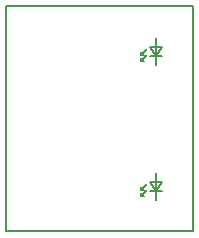
<source format=gbo>
G04 #@! TF.GenerationSoftware,KiCad,Pcbnew,5.0.1+dfsg1-2*
G04 #@! TF.CreationDate,2018-12-02T21:23:52+01:00*
G04 #@! TF.ProjectId,rj45-sk6812-adapter,726A34352D736B363831322D61646170,rev?*
G04 #@! TF.SameCoordinates,Original*
G04 #@! TF.FileFunction,Legend,Bot*
G04 #@! TF.FilePolarity,Positive*
%FSLAX46Y46*%
G04 Gerber Fmt 4.6, Leading zero omitted, Abs format (unit mm)*
G04 Created by KiCad (PCBNEW 5.0.1+dfsg1-2) date So 02 Dez 2018 21:23:52 CET*
%MOMM*%
%LPD*%
G01*
G04 APERTURE LIST*
%ADD10C,0.150000*%
G04 APERTURE END LIST*
D10*
G04 #@! TO.C,J1*
X138688987Y-87018809D02*
X138688987Y-86764809D01*
X138942987Y-87018809D02*
X138688987Y-87018809D01*
X138688987Y-87018809D02*
X138942987Y-87018809D01*
X139196987Y-86510809D02*
X138688987Y-87018809D01*
X138688987Y-86510809D02*
X138688987Y-86256809D01*
X138942987Y-86510809D02*
X138688987Y-86510809D01*
X138688987Y-86510809D02*
X138942987Y-86510809D01*
X139196987Y-86002809D02*
X138688987Y-86510809D01*
X140462000Y-86614000D02*
X139446000Y-86614000D01*
X139954000Y-86614000D02*
X140462000Y-85852000D01*
X139446000Y-85852000D02*
X139954000Y-86614000D01*
X140462000Y-85852000D02*
X139446000Y-85852000D01*
X139954000Y-85090000D02*
X139954000Y-87376000D01*
X127254000Y-90043000D02*
X143129000Y-90043000D01*
X143129000Y-70993000D02*
X127254000Y-70993000D01*
X143129000Y-90043000D02*
X143129000Y-70993000D01*
X127254000Y-70993000D02*
X127254000Y-90043000D01*
X138688987Y-75080809D02*
X138942987Y-75080809D01*
X138942987Y-75080809D02*
X138688987Y-75080809D01*
X138688987Y-75080809D02*
X138688987Y-74826809D01*
X139954000Y-73660000D02*
X139954000Y-75946000D01*
X140462000Y-74422000D02*
X139446000Y-74422000D01*
X139446000Y-74422000D02*
X139954000Y-75184000D01*
X139196987Y-74572809D02*
X138688987Y-75080809D01*
X139954000Y-75184000D02*
X140462000Y-74422000D01*
X138688987Y-75588809D02*
X138688987Y-75334809D01*
X138942987Y-75588809D02*
X138688987Y-75588809D01*
X139196987Y-75080809D02*
X138688987Y-75588809D01*
X138688987Y-75588809D02*
X138942987Y-75588809D01*
X140462000Y-75184000D02*
X139446000Y-75184000D01*
G04 #@! TD*
M02*

</source>
